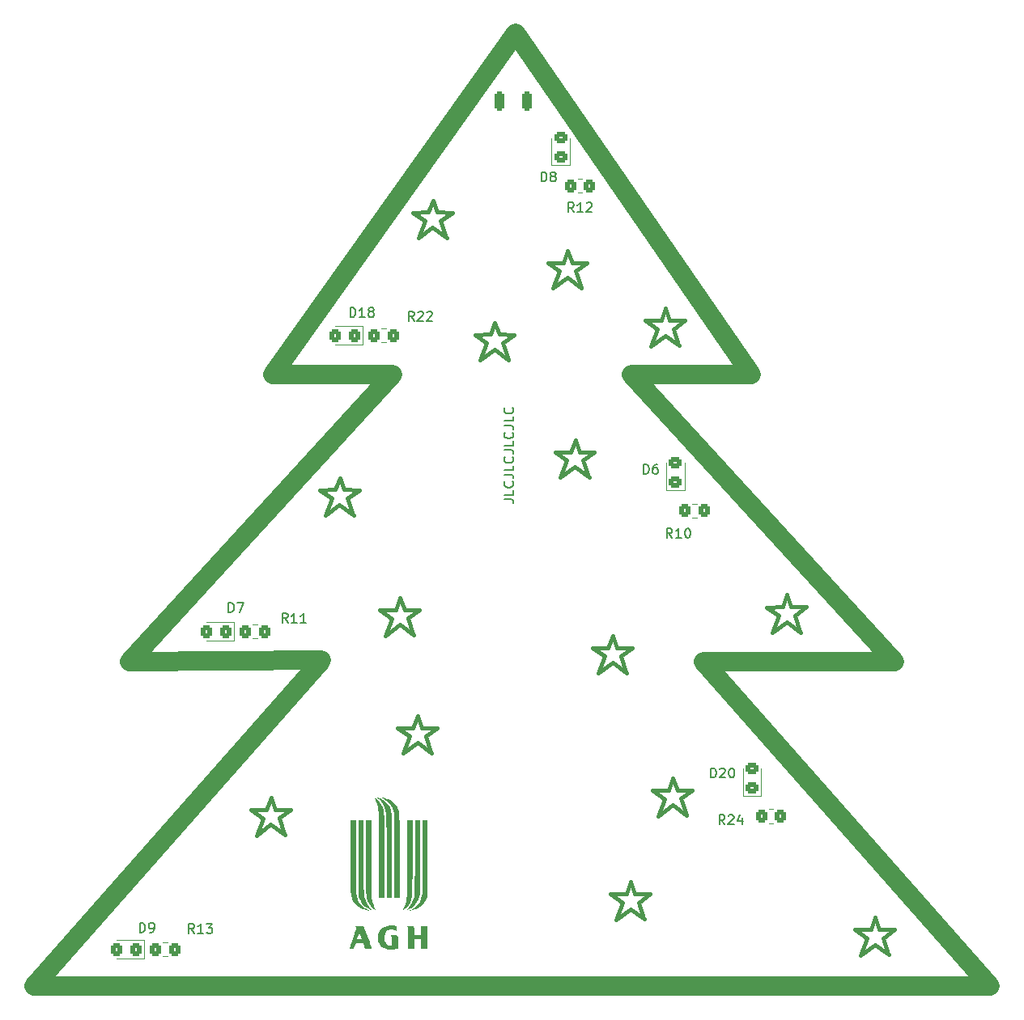
<source format=gto>
G04 #@! TF.GenerationSoftware,KiCad,Pcbnew,7.0.8*
G04 #@! TF.CreationDate,2024-10-11T08:25:37+02:00*
G04 #@! TF.ProjectId,PCB_Christmas_Tree,5043425f-4368-4726-9973-746d61735f54,rev?*
G04 #@! TF.SameCoordinates,Original*
G04 #@! TF.FileFunction,Legend,Top*
G04 #@! TF.FilePolarity,Positive*
%FSLAX46Y46*%
G04 Gerber Fmt 4.6, Leading zero omitted, Abs format (unit mm)*
G04 Created by KiCad (PCBNEW 7.0.8) date 2024-10-11 08:25:37*
%MOMM*%
%LPD*%
G01*
G04 APERTURE LIST*
G04 Aperture macros list*
%AMRoundRect*
0 Rectangle with rounded corners*
0 $1 Rounding radius*
0 $2 $3 $4 $5 $6 $7 $8 $9 X,Y pos of 4 corners*
0 Add a 4 corners polygon primitive as box body*
4,1,4,$2,$3,$4,$5,$6,$7,$8,$9,$2,$3,0*
0 Add four circle primitives for the rounded corners*
1,1,$1+$1,$2,$3*
1,1,$1+$1,$4,$5*
1,1,$1+$1,$6,$7*
1,1,$1+$1,$8,$9*
0 Add four rect primitives between the rounded corners*
20,1,$1+$1,$2,$3,$4,$5,0*
20,1,$1+$1,$4,$5,$6,$7,0*
20,1,$1+$1,$6,$7,$8,$9,0*
20,1,$1+$1,$8,$9,$2,$3,0*%
G04 Aperture macros list end*
%ADD10C,0.400000*%
%ADD11C,2.000000*%
%ADD12C,0.150000*%
%ADD13C,0.120000*%
%ADD14RoundRect,0.250000X0.450000X-0.325000X0.450000X0.325000X-0.450000X0.325000X-0.450000X-0.325000X0*%
%ADD15RoundRect,0.250000X-0.250000X-0.750000X0.250000X-0.750000X0.250000X0.750000X-0.250000X0.750000X0*%
%ADD16RoundRect,0.250000X-0.350000X-0.450000X0.350000X-0.450000X0.350000X0.450000X-0.350000X0.450000X0*%
%ADD17R,3.000000X2.000000*%
%ADD18RoundRect,0.250000X0.325000X0.450000X-0.325000X0.450000X-0.325000X-0.450000X0.325000X-0.450000X0*%
G04 APERTURE END LIST*
D10*
X69413000Y-123408000D02*
X71063000Y-123388000D01*
X113583000Y-73098000D02*
X114133000Y-74758000D01*
X92833000Y-73678000D02*
X94083000Y-74568000D01*
X87673000Y-115728000D02*
X88873000Y-114838000D01*
X107026000Y-132246000D02*
X108276000Y-133136000D01*
X88873000Y-114838000D02*
X87303000Y-114828000D01*
X90463000Y-60888000D02*
X88893000Y-60878000D01*
X87673000Y-115728000D02*
X88223000Y-117388000D01*
X76603000Y-89938000D02*
X78253000Y-89918000D01*
X80733000Y-89928000D02*
X79163000Y-89918000D01*
X84993000Y-104038000D02*
X83483000Y-105168000D01*
X125473000Y-100928000D02*
X125923000Y-102188000D01*
X86853000Y-113568000D02*
X87303000Y-114828000D01*
X86333000Y-60898000D02*
X87983000Y-60878000D01*
X111453000Y-121378000D02*
X112703000Y-122268000D01*
D11*
X97108000Y-42163000D02*
X121723000Y-77878000D01*
D10*
X78683000Y-91478000D02*
X77173000Y-92608000D01*
X101703000Y-67048000D02*
X101023000Y-68828000D01*
X92833000Y-73678000D02*
X94483000Y-73658000D01*
X108276000Y-133136000D02*
X107596000Y-134916000D01*
X132583000Y-135968000D02*
X134233000Y-135948000D01*
X102473000Y-86868000D02*
X101793000Y-88648000D01*
X107253000Y-105178000D02*
X106793000Y-106438000D01*
X102533000Y-67698000D02*
X101023000Y-68828000D01*
X112763000Y-70938000D02*
X113213000Y-72198000D01*
X87583000Y-61788000D02*
X86903000Y-63568000D01*
X136713000Y-135958000D02*
X135143000Y-135948000D01*
X103303000Y-87518000D02*
X101793000Y-88648000D01*
X87043000Y-102488000D02*
X85473000Y-102478000D01*
D11*
X136723000Y-107878000D02*
X116723000Y-107878000D01*
D12*
X97658000Y-43532000D02*
X95880000Y-43532000D01*
D10*
X82913000Y-102498000D02*
X84563000Y-102478000D01*
X132583000Y-135968000D02*
X133833000Y-136858000D01*
X82913000Y-102498000D02*
X84163000Y-103388000D01*
X105353000Y-85968000D02*
X103783000Y-85958000D01*
X86823000Y-116388000D02*
X85313000Y-117518000D01*
X104153000Y-86858000D02*
X104703000Y-88518000D01*
X100453000Y-66158000D02*
X102103000Y-66138000D01*
D11*
X109223000Y-77878000D02*
X121723000Y-77878000D01*
D10*
X102563000Y-64878000D02*
X103013000Y-66138000D01*
X126293000Y-103088000D02*
X127493000Y-102198000D01*
X108073000Y-107338000D02*
X108623000Y-108998000D01*
X94083000Y-74568000D02*
X93403000Y-76348000D01*
X85023000Y-101218000D02*
X85473000Y-102478000D01*
X84743000Y-114848000D02*
X86393000Y-114828000D01*
X113533000Y-122918000D02*
X115003000Y-123998000D01*
X88443000Y-59618000D02*
X88893000Y-60878000D01*
X125473000Y-100928000D02*
X125013000Y-102188000D01*
X114383000Y-122258000D02*
X114933000Y-123918000D01*
X85993000Y-115738000D02*
X85313000Y-117518000D01*
X113563000Y-120098000D02*
X113103000Y-121358000D01*
X108073000Y-107338000D02*
X109273000Y-106448000D01*
X134693000Y-134688000D02*
X134233000Y-135948000D01*
X112703000Y-122268000D02*
X112023000Y-124048000D01*
X105143000Y-106458000D02*
X106793000Y-106438000D01*
X111156000Y-132236000D02*
X109586000Y-132226000D01*
X110653000Y-72218000D02*
X111903000Y-73108000D01*
X100453000Y-66158000D02*
X101703000Y-67048000D01*
X78713000Y-88658000D02*
X78253000Y-89918000D01*
X126293000Y-103088000D02*
X126843000Y-104748000D01*
X73543000Y-123398000D02*
X71973000Y-123388000D01*
D11*
X76723000Y-107878000D02*
X46723000Y-141878000D01*
D10*
X95763000Y-74558000D02*
X96963000Y-73668000D01*
X72343000Y-124288000D02*
X72893000Y-125948000D01*
X134663000Y-137508000D02*
X133153000Y-138638000D01*
X88413000Y-62438000D02*
X89883000Y-63518000D01*
X107223000Y-107998000D02*
X105713000Y-109128000D01*
D11*
X71723000Y-77878000D02*
X84223000Y-77878000D01*
X109223000Y-77878000D02*
X136723000Y-107878000D01*
D10*
X103303000Y-87518000D02*
X104773000Y-88598000D01*
D11*
X116723000Y-107878000D02*
X146723000Y-141878000D01*
D10*
X134663000Y-137508000D02*
X136133000Y-138588000D01*
X79533000Y-90818000D02*
X80733000Y-89928000D01*
X112733000Y-73758000D02*
X114203000Y-74838000D01*
X71523000Y-122128000D02*
X71063000Y-123388000D01*
X109136000Y-130966000D02*
X108676000Y-132226000D01*
X86333000Y-60898000D02*
X87583000Y-61788000D01*
X105143000Y-106458000D02*
X106393000Y-107348000D01*
X135513000Y-136848000D02*
X136713000Y-135958000D01*
X109273000Y-106448000D02*
X107703000Y-106438000D01*
X102563000Y-64878000D02*
X102103000Y-66138000D01*
X115583000Y-121368000D02*
X114013000Y-121358000D01*
X127493000Y-102198000D02*
X125923000Y-102188000D01*
X111903000Y-73108000D02*
X111223000Y-74888000D01*
X107223000Y-107998000D02*
X108693000Y-109078000D01*
X109956000Y-133126000D02*
X110506000Y-134786000D01*
X125443000Y-103748000D02*
X126913000Y-104828000D01*
D11*
X84223000Y-77878000D02*
X56723000Y-107878000D01*
D10*
X78683000Y-91478000D02*
X80153000Y-92558000D01*
X109956000Y-133126000D02*
X111156000Y-132236000D01*
X89263000Y-61778000D02*
X89813000Y-63438000D01*
X78713000Y-88658000D02*
X79163000Y-89918000D01*
X103383000Y-67038000D02*
X104583000Y-66148000D01*
X71493000Y-124948000D02*
X69983000Y-126078000D01*
X103383000Y-67038000D02*
X103933000Y-68698000D01*
X85023000Y-101218000D02*
X84563000Y-102478000D01*
X113563000Y-120098000D02*
X114013000Y-121358000D01*
X79533000Y-90818000D02*
X80083000Y-92478000D01*
X109106000Y-133786000D02*
X107596000Y-134916000D01*
X112763000Y-70938000D02*
X112303000Y-72198000D01*
X85843000Y-103378000D02*
X86393000Y-105038000D01*
X88443000Y-59618000D02*
X87983000Y-60878000D01*
X94943000Y-72398000D02*
X95393000Y-73658000D01*
X94913000Y-75218000D02*
X93403000Y-76348000D01*
X71523000Y-122128000D02*
X71973000Y-123388000D01*
X103333000Y-84698000D02*
X103783000Y-85958000D01*
X89263000Y-61778000D02*
X90463000Y-60888000D01*
X101223000Y-85978000D02*
X102473000Y-86868000D01*
X70663000Y-124298000D02*
X69983000Y-126078000D01*
X101223000Y-85978000D02*
X102873000Y-85958000D01*
X135513000Y-136848000D02*
X136063000Y-138508000D01*
X109106000Y-133786000D02*
X110576000Y-134866000D01*
X84163000Y-103388000D02*
X83483000Y-105168000D01*
X85843000Y-103378000D02*
X87043000Y-102488000D01*
X86823000Y-116388000D02*
X88293000Y-117468000D01*
D11*
X76743000Y-107758000D02*
X56723000Y-107878000D01*
D10*
X112733000Y-73758000D02*
X111223000Y-74888000D01*
X69413000Y-123408000D02*
X70663000Y-124298000D01*
X94913000Y-75218000D02*
X96383000Y-76298000D01*
X110653000Y-72218000D02*
X112303000Y-72198000D01*
X84743000Y-114848000D02*
X85993000Y-115738000D01*
X72343000Y-124288000D02*
X73543000Y-123398000D01*
X125443000Y-103748000D02*
X123933000Y-104878000D01*
X103333000Y-84698000D02*
X102873000Y-85958000D01*
X133833000Y-136858000D02*
X133153000Y-138638000D01*
D11*
X146723000Y-141878000D02*
X46723000Y-141878000D01*
D10*
X114383000Y-122258000D02*
X115583000Y-121368000D01*
X107253000Y-105178000D02*
X107703000Y-106438000D01*
X114783000Y-72208000D02*
X113213000Y-72198000D01*
X123363000Y-102208000D02*
X124613000Y-103098000D01*
X88413000Y-62438000D02*
X86903000Y-63568000D01*
X77853000Y-90828000D02*
X77173000Y-92608000D01*
X84993000Y-104038000D02*
X86463000Y-105118000D01*
X109136000Y-130966000D02*
X109586000Y-132226000D01*
X106393000Y-107348000D02*
X105713000Y-109128000D01*
X95763000Y-74558000D02*
X96313000Y-76218000D01*
X123363000Y-102208000D02*
X125013000Y-102188000D01*
X76603000Y-89938000D02*
X77853000Y-90828000D01*
X111453000Y-121378000D02*
X113103000Y-121358000D01*
X102533000Y-67698000D02*
X104003000Y-68778000D01*
X124613000Y-103098000D02*
X123933000Y-104878000D01*
X134693000Y-134688000D02*
X135143000Y-135948000D01*
X104153000Y-86858000D02*
X105353000Y-85968000D01*
X71493000Y-124948000D02*
X72963000Y-126028000D01*
X107026000Y-132246000D02*
X108676000Y-132226000D01*
X113583000Y-73098000D02*
X114783000Y-72208000D01*
X104583000Y-66148000D02*
X103013000Y-66138000D01*
D11*
X97108000Y-42163000D02*
X71723000Y-77878000D01*
D10*
X113533000Y-122918000D02*
X112023000Y-124048000D01*
X94943000Y-72398000D02*
X94483000Y-73658000D01*
X86853000Y-113568000D02*
X86393000Y-114828000D01*
X96963000Y-73668000D02*
X95393000Y-73658000D01*
D12*
X95892819Y-90915506D02*
X96607104Y-90915506D01*
X96607104Y-90915506D02*
X96749961Y-90963125D01*
X96749961Y-90963125D02*
X96845200Y-91058363D01*
X96845200Y-91058363D02*
X96892819Y-91201220D01*
X96892819Y-91201220D02*
X96892819Y-91296458D01*
X96892819Y-89963125D02*
X96892819Y-90439315D01*
X96892819Y-90439315D02*
X95892819Y-90439315D01*
X96797580Y-89058363D02*
X96845200Y-89105982D01*
X96845200Y-89105982D02*
X96892819Y-89248839D01*
X96892819Y-89248839D02*
X96892819Y-89344077D01*
X96892819Y-89344077D02*
X96845200Y-89486934D01*
X96845200Y-89486934D02*
X96749961Y-89582172D01*
X96749961Y-89582172D02*
X96654723Y-89629791D01*
X96654723Y-89629791D02*
X96464247Y-89677410D01*
X96464247Y-89677410D02*
X96321390Y-89677410D01*
X96321390Y-89677410D02*
X96130914Y-89629791D01*
X96130914Y-89629791D02*
X96035676Y-89582172D01*
X96035676Y-89582172D02*
X95940438Y-89486934D01*
X95940438Y-89486934D02*
X95892819Y-89344077D01*
X95892819Y-89344077D02*
X95892819Y-89248839D01*
X95892819Y-89248839D02*
X95940438Y-89105982D01*
X95940438Y-89105982D02*
X95988057Y-89058363D01*
X95892819Y-88344077D02*
X96607104Y-88344077D01*
X96607104Y-88344077D02*
X96749961Y-88391696D01*
X96749961Y-88391696D02*
X96845200Y-88486934D01*
X96845200Y-88486934D02*
X96892819Y-88629791D01*
X96892819Y-88629791D02*
X96892819Y-88725029D01*
X96892819Y-87391696D02*
X96892819Y-87867886D01*
X96892819Y-87867886D02*
X95892819Y-87867886D01*
X96797580Y-86486934D02*
X96845200Y-86534553D01*
X96845200Y-86534553D02*
X96892819Y-86677410D01*
X96892819Y-86677410D02*
X96892819Y-86772648D01*
X96892819Y-86772648D02*
X96845200Y-86915505D01*
X96845200Y-86915505D02*
X96749961Y-87010743D01*
X96749961Y-87010743D02*
X96654723Y-87058362D01*
X96654723Y-87058362D02*
X96464247Y-87105981D01*
X96464247Y-87105981D02*
X96321390Y-87105981D01*
X96321390Y-87105981D02*
X96130914Y-87058362D01*
X96130914Y-87058362D02*
X96035676Y-87010743D01*
X96035676Y-87010743D02*
X95940438Y-86915505D01*
X95940438Y-86915505D02*
X95892819Y-86772648D01*
X95892819Y-86772648D02*
X95892819Y-86677410D01*
X95892819Y-86677410D02*
X95940438Y-86534553D01*
X95940438Y-86534553D02*
X95988057Y-86486934D01*
X95892819Y-85772648D02*
X96607104Y-85772648D01*
X96607104Y-85772648D02*
X96749961Y-85820267D01*
X96749961Y-85820267D02*
X96845200Y-85915505D01*
X96845200Y-85915505D02*
X96892819Y-86058362D01*
X96892819Y-86058362D02*
X96892819Y-86153600D01*
X96892819Y-84820267D02*
X96892819Y-85296457D01*
X96892819Y-85296457D02*
X95892819Y-85296457D01*
X96797580Y-83915505D02*
X96845200Y-83963124D01*
X96845200Y-83963124D02*
X96892819Y-84105981D01*
X96892819Y-84105981D02*
X96892819Y-84201219D01*
X96892819Y-84201219D02*
X96845200Y-84344076D01*
X96845200Y-84344076D02*
X96749961Y-84439314D01*
X96749961Y-84439314D02*
X96654723Y-84486933D01*
X96654723Y-84486933D02*
X96464247Y-84534552D01*
X96464247Y-84534552D02*
X96321390Y-84534552D01*
X96321390Y-84534552D02*
X96130914Y-84486933D01*
X96130914Y-84486933D02*
X96035676Y-84439314D01*
X96035676Y-84439314D02*
X95940438Y-84344076D01*
X95940438Y-84344076D02*
X95892819Y-84201219D01*
X95892819Y-84201219D02*
X95892819Y-84105981D01*
X95892819Y-84105981D02*
X95940438Y-83963124D01*
X95940438Y-83963124D02*
X95988057Y-83915505D01*
X95892819Y-83201219D02*
X96607104Y-83201219D01*
X96607104Y-83201219D02*
X96749961Y-83248838D01*
X96749961Y-83248838D02*
X96845200Y-83344076D01*
X96845200Y-83344076D02*
X96892819Y-83486933D01*
X96892819Y-83486933D02*
X96892819Y-83582171D01*
X96892819Y-82248838D02*
X96892819Y-82725028D01*
X96892819Y-82725028D02*
X95892819Y-82725028D01*
X96797580Y-81344076D02*
X96845200Y-81391695D01*
X96845200Y-81391695D02*
X96892819Y-81534552D01*
X96892819Y-81534552D02*
X96892819Y-81629790D01*
X96892819Y-81629790D02*
X96845200Y-81772647D01*
X96845200Y-81772647D02*
X96749961Y-81867885D01*
X96749961Y-81867885D02*
X96654723Y-81915504D01*
X96654723Y-81915504D02*
X96464247Y-81963123D01*
X96464247Y-81963123D02*
X96321390Y-81963123D01*
X96321390Y-81963123D02*
X96130914Y-81915504D01*
X96130914Y-81915504D02*
X96035676Y-81867885D01*
X96035676Y-81867885D02*
X95940438Y-81772647D01*
X95940438Y-81772647D02*
X95892819Y-81629790D01*
X95892819Y-81629790D02*
X95892819Y-81534552D01*
X95892819Y-81534552D02*
X95940438Y-81391695D01*
X95940438Y-81391695D02*
X95988057Y-81344076D01*
X110484905Y-88252819D02*
X110484905Y-87252819D01*
X110484905Y-87252819D02*
X110723000Y-87252819D01*
X110723000Y-87252819D02*
X110865857Y-87300438D01*
X110865857Y-87300438D02*
X110961095Y-87395676D01*
X110961095Y-87395676D02*
X111008714Y-87490914D01*
X111008714Y-87490914D02*
X111056333Y-87681390D01*
X111056333Y-87681390D02*
X111056333Y-87824247D01*
X111056333Y-87824247D02*
X111008714Y-88014723D01*
X111008714Y-88014723D02*
X110961095Y-88109961D01*
X110961095Y-88109961D02*
X110865857Y-88205200D01*
X110865857Y-88205200D02*
X110723000Y-88252819D01*
X110723000Y-88252819D02*
X110484905Y-88252819D01*
X111913476Y-87252819D02*
X111723000Y-87252819D01*
X111723000Y-87252819D02*
X111627762Y-87300438D01*
X111627762Y-87300438D02*
X111580143Y-87348057D01*
X111580143Y-87348057D02*
X111484905Y-87490914D01*
X111484905Y-87490914D02*
X111437286Y-87681390D01*
X111437286Y-87681390D02*
X111437286Y-88062342D01*
X111437286Y-88062342D02*
X111484905Y-88157580D01*
X111484905Y-88157580D02*
X111532524Y-88205200D01*
X111532524Y-88205200D02*
X111627762Y-88252819D01*
X111627762Y-88252819D02*
X111818238Y-88252819D01*
X111818238Y-88252819D02*
X111913476Y-88205200D01*
X111913476Y-88205200D02*
X111961095Y-88157580D01*
X111961095Y-88157580D02*
X112008714Y-88062342D01*
X112008714Y-88062342D02*
X112008714Y-87824247D01*
X112008714Y-87824247D02*
X111961095Y-87729009D01*
X111961095Y-87729009D02*
X111913476Y-87681390D01*
X111913476Y-87681390D02*
X111818238Y-87633771D01*
X111818238Y-87633771D02*
X111627762Y-87633771D01*
X111627762Y-87633771D02*
X111532524Y-87681390D01*
X111532524Y-87681390D02*
X111484905Y-87729009D01*
X111484905Y-87729009D02*
X111437286Y-87824247D01*
X103180142Y-60852819D02*
X102846809Y-60376628D01*
X102608714Y-60852819D02*
X102608714Y-59852819D01*
X102608714Y-59852819D02*
X102989666Y-59852819D01*
X102989666Y-59852819D02*
X103084904Y-59900438D01*
X103084904Y-59900438D02*
X103132523Y-59948057D01*
X103132523Y-59948057D02*
X103180142Y-60043295D01*
X103180142Y-60043295D02*
X103180142Y-60186152D01*
X103180142Y-60186152D02*
X103132523Y-60281390D01*
X103132523Y-60281390D02*
X103084904Y-60329009D01*
X103084904Y-60329009D02*
X102989666Y-60376628D01*
X102989666Y-60376628D02*
X102608714Y-60376628D01*
X104132523Y-60852819D02*
X103561095Y-60852819D01*
X103846809Y-60852819D02*
X103846809Y-59852819D01*
X103846809Y-59852819D02*
X103751571Y-59995676D01*
X103751571Y-59995676D02*
X103656333Y-60090914D01*
X103656333Y-60090914D02*
X103561095Y-60138533D01*
X104513476Y-59948057D02*
X104561095Y-59900438D01*
X104561095Y-59900438D02*
X104656333Y-59852819D01*
X104656333Y-59852819D02*
X104894428Y-59852819D01*
X104894428Y-59852819D02*
X104989666Y-59900438D01*
X104989666Y-59900438D02*
X105037285Y-59948057D01*
X105037285Y-59948057D02*
X105084904Y-60043295D01*
X105084904Y-60043295D02*
X105084904Y-60138533D01*
X105084904Y-60138533D02*
X105037285Y-60281390D01*
X105037285Y-60281390D02*
X104465857Y-60852819D01*
X104465857Y-60852819D02*
X105084904Y-60852819D01*
X118980142Y-124952819D02*
X118646809Y-124476628D01*
X118408714Y-124952819D02*
X118408714Y-123952819D01*
X118408714Y-123952819D02*
X118789666Y-123952819D01*
X118789666Y-123952819D02*
X118884904Y-124000438D01*
X118884904Y-124000438D02*
X118932523Y-124048057D01*
X118932523Y-124048057D02*
X118980142Y-124143295D01*
X118980142Y-124143295D02*
X118980142Y-124286152D01*
X118980142Y-124286152D02*
X118932523Y-124381390D01*
X118932523Y-124381390D02*
X118884904Y-124429009D01*
X118884904Y-124429009D02*
X118789666Y-124476628D01*
X118789666Y-124476628D02*
X118408714Y-124476628D01*
X119361095Y-124048057D02*
X119408714Y-124000438D01*
X119408714Y-124000438D02*
X119503952Y-123952819D01*
X119503952Y-123952819D02*
X119742047Y-123952819D01*
X119742047Y-123952819D02*
X119837285Y-124000438D01*
X119837285Y-124000438D02*
X119884904Y-124048057D01*
X119884904Y-124048057D02*
X119932523Y-124143295D01*
X119932523Y-124143295D02*
X119932523Y-124238533D01*
X119932523Y-124238533D02*
X119884904Y-124381390D01*
X119884904Y-124381390D02*
X119313476Y-124952819D01*
X119313476Y-124952819D02*
X119932523Y-124952819D01*
X120789666Y-124286152D02*
X120789666Y-124952819D01*
X120551571Y-123905200D02*
X120313476Y-124619485D01*
X120313476Y-124619485D02*
X120932523Y-124619485D01*
X86480142Y-72252819D02*
X86146809Y-71776628D01*
X85908714Y-72252819D02*
X85908714Y-71252819D01*
X85908714Y-71252819D02*
X86289666Y-71252819D01*
X86289666Y-71252819D02*
X86384904Y-71300438D01*
X86384904Y-71300438D02*
X86432523Y-71348057D01*
X86432523Y-71348057D02*
X86480142Y-71443295D01*
X86480142Y-71443295D02*
X86480142Y-71586152D01*
X86480142Y-71586152D02*
X86432523Y-71681390D01*
X86432523Y-71681390D02*
X86384904Y-71729009D01*
X86384904Y-71729009D02*
X86289666Y-71776628D01*
X86289666Y-71776628D02*
X85908714Y-71776628D01*
X86861095Y-71348057D02*
X86908714Y-71300438D01*
X86908714Y-71300438D02*
X87003952Y-71252819D01*
X87003952Y-71252819D02*
X87242047Y-71252819D01*
X87242047Y-71252819D02*
X87337285Y-71300438D01*
X87337285Y-71300438D02*
X87384904Y-71348057D01*
X87384904Y-71348057D02*
X87432523Y-71443295D01*
X87432523Y-71443295D02*
X87432523Y-71538533D01*
X87432523Y-71538533D02*
X87384904Y-71681390D01*
X87384904Y-71681390D02*
X86813476Y-72252819D01*
X86813476Y-72252819D02*
X87432523Y-72252819D01*
X87813476Y-71348057D02*
X87861095Y-71300438D01*
X87861095Y-71300438D02*
X87956333Y-71252819D01*
X87956333Y-71252819D02*
X88194428Y-71252819D01*
X88194428Y-71252819D02*
X88289666Y-71300438D01*
X88289666Y-71300438D02*
X88337285Y-71348057D01*
X88337285Y-71348057D02*
X88384904Y-71443295D01*
X88384904Y-71443295D02*
X88384904Y-71538533D01*
X88384904Y-71538533D02*
X88337285Y-71681390D01*
X88337285Y-71681390D02*
X87765857Y-72252819D01*
X87765857Y-72252819D02*
X88384904Y-72252819D01*
X99784905Y-57652819D02*
X99784905Y-56652819D01*
X99784905Y-56652819D02*
X100023000Y-56652819D01*
X100023000Y-56652819D02*
X100165857Y-56700438D01*
X100165857Y-56700438D02*
X100261095Y-56795676D01*
X100261095Y-56795676D02*
X100308714Y-56890914D01*
X100308714Y-56890914D02*
X100356333Y-57081390D01*
X100356333Y-57081390D02*
X100356333Y-57224247D01*
X100356333Y-57224247D02*
X100308714Y-57414723D01*
X100308714Y-57414723D02*
X100261095Y-57509961D01*
X100261095Y-57509961D02*
X100165857Y-57605200D01*
X100165857Y-57605200D02*
X100023000Y-57652819D01*
X100023000Y-57652819D02*
X99784905Y-57652819D01*
X100927762Y-57081390D02*
X100832524Y-57033771D01*
X100832524Y-57033771D02*
X100784905Y-56986152D01*
X100784905Y-56986152D02*
X100737286Y-56890914D01*
X100737286Y-56890914D02*
X100737286Y-56843295D01*
X100737286Y-56843295D02*
X100784905Y-56748057D01*
X100784905Y-56748057D02*
X100832524Y-56700438D01*
X100832524Y-56700438D02*
X100927762Y-56652819D01*
X100927762Y-56652819D02*
X101118238Y-56652819D01*
X101118238Y-56652819D02*
X101213476Y-56700438D01*
X101213476Y-56700438D02*
X101261095Y-56748057D01*
X101261095Y-56748057D02*
X101308714Y-56843295D01*
X101308714Y-56843295D02*
X101308714Y-56890914D01*
X101308714Y-56890914D02*
X101261095Y-56986152D01*
X101261095Y-56986152D02*
X101213476Y-57033771D01*
X101213476Y-57033771D02*
X101118238Y-57081390D01*
X101118238Y-57081390D02*
X100927762Y-57081390D01*
X100927762Y-57081390D02*
X100832524Y-57129009D01*
X100832524Y-57129009D02*
X100784905Y-57176628D01*
X100784905Y-57176628D02*
X100737286Y-57271866D01*
X100737286Y-57271866D02*
X100737286Y-57462342D01*
X100737286Y-57462342D02*
X100784905Y-57557580D01*
X100784905Y-57557580D02*
X100832524Y-57605200D01*
X100832524Y-57605200D02*
X100927762Y-57652819D01*
X100927762Y-57652819D02*
X101118238Y-57652819D01*
X101118238Y-57652819D02*
X101213476Y-57605200D01*
X101213476Y-57605200D02*
X101261095Y-57557580D01*
X101261095Y-57557580D02*
X101308714Y-57462342D01*
X101308714Y-57462342D02*
X101308714Y-57271866D01*
X101308714Y-57271866D02*
X101261095Y-57176628D01*
X101261095Y-57176628D02*
X101213476Y-57129009D01*
X101213476Y-57129009D02*
X101118238Y-57081390D01*
X79808714Y-71852819D02*
X79808714Y-70852819D01*
X79808714Y-70852819D02*
X80046809Y-70852819D01*
X80046809Y-70852819D02*
X80189666Y-70900438D01*
X80189666Y-70900438D02*
X80284904Y-70995676D01*
X80284904Y-70995676D02*
X80332523Y-71090914D01*
X80332523Y-71090914D02*
X80380142Y-71281390D01*
X80380142Y-71281390D02*
X80380142Y-71424247D01*
X80380142Y-71424247D02*
X80332523Y-71614723D01*
X80332523Y-71614723D02*
X80284904Y-71709961D01*
X80284904Y-71709961D02*
X80189666Y-71805200D01*
X80189666Y-71805200D02*
X80046809Y-71852819D01*
X80046809Y-71852819D02*
X79808714Y-71852819D01*
X81332523Y-71852819D02*
X80761095Y-71852819D01*
X81046809Y-71852819D02*
X81046809Y-70852819D01*
X81046809Y-70852819D02*
X80951571Y-70995676D01*
X80951571Y-70995676D02*
X80856333Y-71090914D01*
X80856333Y-71090914D02*
X80761095Y-71138533D01*
X81903952Y-71281390D02*
X81808714Y-71233771D01*
X81808714Y-71233771D02*
X81761095Y-71186152D01*
X81761095Y-71186152D02*
X81713476Y-71090914D01*
X81713476Y-71090914D02*
X81713476Y-71043295D01*
X81713476Y-71043295D02*
X81761095Y-70948057D01*
X81761095Y-70948057D02*
X81808714Y-70900438D01*
X81808714Y-70900438D02*
X81903952Y-70852819D01*
X81903952Y-70852819D02*
X82094428Y-70852819D01*
X82094428Y-70852819D02*
X82189666Y-70900438D01*
X82189666Y-70900438D02*
X82237285Y-70948057D01*
X82237285Y-70948057D02*
X82284904Y-71043295D01*
X82284904Y-71043295D02*
X82284904Y-71090914D01*
X82284904Y-71090914D02*
X82237285Y-71186152D01*
X82237285Y-71186152D02*
X82189666Y-71233771D01*
X82189666Y-71233771D02*
X82094428Y-71281390D01*
X82094428Y-71281390D02*
X81903952Y-71281390D01*
X81903952Y-71281390D02*
X81808714Y-71329009D01*
X81808714Y-71329009D02*
X81761095Y-71376628D01*
X81761095Y-71376628D02*
X81713476Y-71471866D01*
X81713476Y-71471866D02*
X81713476Y-71662342D01*
X81713476Y-71662342D02*
X81761095Y-71757580D01*
X81761095Y-71757580D02*
X81808714Y-71805200D01*
X81808714Y-71805200D02*
X81903952Y-71852819D01*
X81903952Y-71852819D02*
X82094428Y-71852819D01*
X82094428Y-71852819D02*
X82189666Y-71805200D01*
X82189666Y-71805200D02*
X82237285Y-71757580D01*
X82237285Y-71757580D02*
X82284904Y-71662342D01*
X82284904Y-71662342D02*
X82284904Y-71471866D01*
X82284904Y-71471866D02*
X82237285Y-71376628D01*
X82237285Y-71376628D02*
X82189666Y-71329009D01*
X82189666Y-71329009D02*
X82094428Y-71281390D01*
X73280142Y-103852819D02*
X72946809Y-103376628D01*
X72708714Y-103852819D02*
X72708714Y-102852819D01*
X72708714Y-102852819D02*
X73089666Y-102852819D01*
X73089666Y-102852819D02*
X73184904Y-102900438D01*
X73184904Y-102900438D02*
X73232523Y-102948057D01*
X73232523Y-102948057D02*
X73280142Y-103043295D01*
X73280142Y-103043295D02*
X73280142Y-103186152D01*
X73280142Y-103186152D02*
X73232523Y-103281390D01*
X73232523Y-103281390D02*
X73184904Y-103329009D01*
X73184904Y-103329009D02*
X73089666Y-103376628D01*
X73089666Y-103376628D02*
X72708714Y-103376628D01*
X74232523Y-103852819D02*
X73661095Y-103852819D01*
X73946809Y-103852819D02*
X73946809Y-102852819D01*
X73946809Y-102852819D02*
X73851571Y-102995676D01*
X73851571Y-102995676D02*
X73756333Y-103090914D01*
X73756333Y-103090914D02*
X73661095Y-103138533D01*
X75184904Y-103852819D02*
X74613476Y-103852819D01*
X74899190Y-103852819D02*
X74899190Y-102852819D01*
X74899190Y-102852819D02*
X74803952Y-102995676D01*
X74803952Y-102995676D02*
X74708714Y-103090914D01*
X74708714Y-103090914D02*
X74613476Y-103138533D01*
X113480142Y-94952819D02*
X113146809Y-94476628D01*
X112908714Y-94952819D02*
X112908714Y-93952819D01*
X112908714Y-93952819D02*
X113289666Y-93952819D01*
X113289666Y-93952819D02*
X113384904Y-94000438D01*
X113384904Y-94000438D02*
X113432523Y-94048057D01*
X113432523Y-94048057D02*
X113480142Y-94143295D01*
X113480142Y-94143295D02*
X113480142Y-94286152D01*
X113480142Y-94286152D02*
X113432523Y-94381390D01*
X113432523Y-94381390D02*
X113384904Y-94429009D01*
X113384904Y-94429009D02*
X113289666Y-94476628D01*
X113289666Y-94476628D02*
X112908714Y-94476628D01*
X114432523Y-94952819D02*
X113861095Y-94952819D01*
X114146809Y-94952819D02*
X114146809Y-93952819D01*
X114146809Y-93952819D02*
X114051571Y-94095676D01*
X114051571Y-94095676D02*
X113956333Y-94190914D01*
X113956333Y-94190914D02*
X113861095Y-94238533D01*
X115051571Y-93952819D02*
X115146809Y-93952819D01*
X115146809Y-93952819D02*
X115242047Y-94000438D01*
X115242047Y-94000438D02*
X115289666Y-94048057D01*
X115289666Y-94048057D02*
X115337285Y-94143295D01*
X115337285Y-94143295D02*
X115384904Y-94333771D01*
X115384904Y-94333771D02*
X115384904Y-94571866D01*
X115384904Y-94571866D02*
X115337285Y-94762342D01*
X115337285Y-94762342D02*
X115289666Y-94857580D01*
X115289666Y-94857580D02*
X115242047Y-94905200D01*
X115242047Y-94905200D02*
X115146809Y-94952819D01*
X115146809Y-94952819D02*
X115051571Y-94952819D01*
X115051571Y-94952819D02*
X114956333Y-94905200D01*
X114956333Y-94905200D02*
X114908714Y-94857580D01*
X114908714Y-94857580D02*
X114861095Y-94762342D01*
X114861095Y-94762342D02*
X114813476Y-94571866D01*
X114813476Y-94571866D02*
X114813476Y-94333771D01*
X114813476Y-94333771D02*
X114861095Y-94143295D01*
X114861095Y-94143295D02*
X114908714Y-94048057D01*
X114908714Y-94048057D02*
X114956333Y-94000438D01*
X114956333Y-94000438D02*
X115051571Y-93952819D01*
X117508714Y-120052819D02*
X117508714Y-119052819D01*
X117508714Y-119052819D02*
X117746809Y-119052819D01*
X117746809Y-119052819D02*
X117889666Y-119100438D01*
X117889666Y-119100438D02*
X117984904Y-119195676D01*
X117984904Y-119195676D02*
X118032523Y-119290914D01*
X118032523Y-119290914D02*
X118080142Y-119481390D01*
X118080142Y-119481390D02*
X118080142Y-119624247D01*
X118080142Y-119624247D02*
X118032523Y-119814723D01*
X118032523Y-119814723D02*
X117984904Y-119909961D01*
X117984904Y-119909961D02*
X117889666Y-120005200D01*
X117889666Y-120005200D02*
X117746809Y-120052819D01*
X117746809Y-120052819D02*
X117508714Y-120052819D01*
X118461095Y-119148057D02*
X118508714Y-119100438D01*
X118508714Y-119100438D02*
X118603952Y-119052819D01*
X118603952Y-119052819D02*
X118842047Y-119052819D01*
X118842047Y-119052819D02*
X118937285Y-119100438D01*
X118937285Y-119100438D02*
X118984904Y-119148057D01*
X118984904Y-119148057D02*
X119032523Y-119243295D01*
X119032523Y-119243295D02*
X119032523Y-119338533D01*
X119032523Y-119338533D02*
X118984904Y-119481390D01*
X118984904Y-119481390D02*
X118413476Y-120052819D01*
X118413476Y-120052819D02*
X119032523Y-120052819D01*
X119651571Y-119052819D02*
X119746809Y-119052819D01*
X119746809Y-119052819D02*
X119842047Y-119100438D01*
X119842047Y-119100438D02*
X119889666Y-119148057D01*
X119889666Y-119148057D02*
X119937285Y-119243295D01*
X119937285Y-119243295D02*
X119984904Y-119433771D01*
X119984904Y-119433771D02*
X119984904Y-119671866D01*
X119984904Y-119671866D02*
X119937285Y-119862342D01*
X119937285Y-119862342D02*
X119889666Y-119957580D01*
X119889666Y-119957580D02*
X119842047Y-120005200D01*
X119842047Y-120005200D02*
X119746809Y-120052819D01*
X119746809Y-120052819D02*
X119651571Y-120052819D01*
X119651571Y-120052819D02*
X119556333Y-120005200D01*
X119556333Y-120005200D02*
X119508714Y-119957580D01*
X119508714Y-119957580D02*
X119461095Y-119862342D01*
X119461095Y-119862342D02*
X119413476Y-119671866D01*
X119413476Y-119671866D02*
X119413476Y-119433771D01*
X119413476Y-119433771D02*
X119461095Y-119243295D01*
X119461095Y-119243295D02*
X119508714Y-119148057D01*
X119508714Y-119148057D02*
X119556333Y-119100438D01*
X119556333Y-119100438D02*
X119651571Y-119052819D01*
X67074905Y-102752819D02*
X67074905Y-101752819D01*
X67074905Y-101752819D02*
X67313000Y-101752819D01*
X67313000Y-101752819D02*
X67455857Y-101800438D01*
X67455857Y-101800438D02*
X67551095Y-101895676D01*
X67551095Y-101895676D02*
X67598714Y-101990914D01*
X67598714Y-101990914D02*
X67646333Y-102181390D01*
X67646333Y-102181390D02*
X67646333Y-102324247D01*
X67646333Y-102324247D02*
X67598714Y-102514723D01*
X67598714Y-102514723D02*
X67551095Y-102609961D01*
X67551095Y-102609961D02*
X67455857Y-102705200D01*
X67455857Y-102705200D02*
X67313000Y-102752819D01*
X67313000Y-102752819D02*
X67074905Y-102752819D01*
X67979667Y-101752819D02*
X68646333Y-101752819D01*
X68646333Y-101752819D02*
X68217762Y-102752819D01*
X63480142Y-136352819D02*
X63146809Y-135876628D01*
X62908714Y-136352819D02*
X62908714Y-135352819D01*
X62908714Y-135352819D02*
X63289666Y-135352819D01*
X63289666Y-135352819D02*
X63384904Y-135400438D01*
X63384904Y-135400438D02*
X63432523Y-135448057D01*
X63432523Y-135448057D02*
X63480142Y-135543295D01*
X63480142Y-135543295D02*
X63480142Y-135686152D01*
X63480142Y-135686152D02*
X63432523Y-135781390D01*
X63432523Y-135781390D02*
X63384904Y-135829009D01*
X63384904Y-135829009D02*
X63289666Y-135876628D01*
X63289666Y-135876628D02*
X62908714Y-135876628D01*
X64432523Y-136352819D02*
X63861095Y-136352819D01*
X64146809Y-136352819D02*
X64146809Y-135352819D01*
X64146809Y-135352819D02*
X64051571Y-135495676D01*
X64051571Y-135495676D02*
X63956333Y-135590914D01*
X63956333Y-135590914D02*
X63861095Y-135638533D01*
X64765857Y-135352819D02*
X65384904Y-135352819D01*
X65384904Y-135352819D02*
X65051571Y-135733771D01*
X65051571Y-135733771D02*
X65194428Y-135733771D01*
X65194428Y-135733771D02*
X65289666Y-135781390D01*
X65289666Y-135781390D02*
X65337285Y-135829009D01*
X65337285Y-135829009D02*
X65384904Y-135924247D01*
X65384904Y-135924247D02*
X65384904Y-136162342D01*
X65384904Y-136162342D02*
X65337285Y-136257580D01*
X65337285Y-136257580D02*
X65289666Y-136305200D01*
X65289666Y-136305200D02*
X65194428Y-136352819D01*
X65194428Y-136352819D02*
X64908714Y-136352819D01*
X64908714Y-136352819D02*
X64813476Y-136305200D01*
X64813476Y-136305200D02*
X64765857Y-136257580D01*
X57784905Y-136252819D02*
X57784905Y-135252819D01*
X57784905Y-135252819D02*
X58023000Y-135252819D01*
X58023000Y-135252819D02*
X58165857Y-135300438D01*
X58165857Y-135300438D02*
X58261095Y-135395676D01*
X58261095Y-135395676D02*
X58308714Y-135490914D01*
X58308714Y-135490914D02*
X58356333Y-135681390D01*
X58356333Y-135681390D02*
X58356333Y-135824247D01*
X58356333Y-135824247D02*
X58308714Y-136014723D01*
X58308714Y-136014723D02*
X58261095Y-136109961D01*
X58261095Y-136109961D02*
X58165857Y-136205200D01*
X58165857Y-136205200D02*
X58023000Y-136252819D01*
X58023000Y-136252819D02*
X57784905Y-136252819D01*
X58832524Y-136252819D02*
X59023000Y-136252819D01*
X59023000Y-136252819D02*
X59118238Y-136205200D01*
X59118238Y-136205200D02*
X59165857Y-136157580D01*
X59165857Y-136157580D02*
X59261095Y-136014723D01*
X59261095Y-136014723D02*
X59308714Y-135824247D01*
X59308714Y-135824247D02*
X59308714Y-135443295D01*
X59308714Y-135443295D02*
X59261095Y-135348057D01*
X59261095Y-135348057D02*
X59213476Y-135300438D01*
X59213476Y-135300438D02*
X59118238Y-135252819D01*
X59118238Y-135252819D02*
X58927762Y-135252819D01*
X58927762Y-135252819D02*
X58832524Y-135300438D01*
X58832524Y-135300438D02*
X58784905Y-135348057D01*
X58784905Y-135348057D02*
X58737286Y-135443295D01*
X58737286Y-135443295D02*
X58737286Y-135681390D01*
X58737286Y-135681390D02*
X58784905Y-135776628D01*
X58784905Y-135776628D02*
X58832524Y-135824247D01*
X58832524Y-135824247D02*
X58927762Y-135871866D01*
X58927762Y-135871866D02*
X59118238Y-135871866D01*
X59118238Y-135871866D02*
X59213476Y-135824247D01*
X59213476Y-135824247D02*
X59261095Y-135776628D01*
X59261095Y-135776628D02*
X59308714Y-135681390D01*
D13*
X112863000Y-89958000D02*
X114783000Y-89958000D01*
X114783000Y-89958000D02*
X114783000Y-87098000D01*
X112863000Y-87098000D02*
X112863000Y-89958000D01*
X103595936Y-57363000D02*
X104050064Y-57363000D01*
X103595936Y-58833000D02*
X104050064Y-58833000D01*
X123595936Y-123363000D02*
X124050064Y-123363000D01*
X123595936Y-124833000D02*
X124050064Y-124833000D01*
G36*
X86196657Y-135563458D02*
G01*
X86321444Y-135577913D01*
X86411933Y-135609903D01*
X86473566Y-135665893D01*
X86511780Y-135752345D01*
X86532018Y-135875722D01*
X86539719Y-136042488D01*
X86540584Y-136164142D01*
X86540584Y-136528720D01*
X86890373Y-136528720D01*
X87240161Y-136528720D01*
X87240161Y-136044398D01*
X87240161Y-135560076D01*
X87576495Y-135560076D01*
X87912830Y-135560076D01*
X87912830Y-136770881D01*
X87912830Y-137981686D01*
X87576495Y-137981686D01*
X87240161Y-137981686D01*
X87240161Y-137483911D01*
X87240161Y-136986135D01*
X86890373Y-136986135D01*
X86540584Y-136986135D01*
X86540584Y-137483911D01*
X86540584Y-137981686D01*
X86205089Y-137981686D01*
X85869593Y-137981686D01*
X85862027Y-136840292D01*
X85854462Y-135698897D01*
X85789231Y-135629486D01*
X85724001Y-135560076D01*
X86032132Y-135560076D01*
X86196657Y-135563458D01*
G37*
G36*
X81213042Y-128210733D02*
G01*
X81213099Y-128756639D01*
X81213316Y-129251562D01*
X81213764Y-129698333D01*
X81214513Y-130099784D01*
X81215633Y-130458746D01*
X81217195Y-130778048D01*
X81219269Y-131060523D01*
X81221926Y-131309001D01*
X81225236Y-131526314D01*
X81229269Y-131715291D01*
X81234095Y-131878765D01*
X81239786Y-132019565D01*
X81246410Y-132140524D01*
X81254040Y-132244471D01*
X81262744Y-132334239D01*
X81272594Y-132412657D01*
X81283659Y-132482557D01*
X81296011Y-132546770D01*
X81309719Y-132608126D01*
X81323749Y-132665114D01*
X81432750Y-132988679D01*
X81587830Y-133287465D01*
X81785973Y-133556973D01*
X82024159Y-133792698D01*
X82141326Y-133884889D01*
X82187261Y-133924488D01*
X82185847Y-133940895D01*
X82138247Y-133934210D01*
X82045623Y-133904531D01*
X81950923Y-133868670D01*
X81728649Y-133770559D01*
X81541095Y-133662107D01*
X81369206Y-133530883D01*
X81222375Y-133393346D01*
X81044761Y-133189934D01*
X80905564Y-132971480D01*
X80798332Y-132725997D01*
X80721713Y-132463252D01*
X80661453Y-132210182D01*
X80661453Y-128375966D01*
X80661453Y-124541750D01*
X80937248Y-124534082D01*
X81213042Y-124526414D01*
X81213042Y-128210733D01*
G37*
G36*
X86843286Y-124534082D02*
G01*
X87119080Y-124541750D01*
X87126729Y-128147258D01*
X87127807Y-128694494D01*
X87128569Y-129190724D01*
X87128957Y-129638754D01*
X87128913Y-130041389D01*
X87128379Y-130401437D01*
X87127298Y-130721704D01*
X87125610Y-131004995D01*
X87123258Y-131254118D01*
X87120185Y-131471879D01*
X87116332Y-131661083D01*
X87111641Y-131824538D01*
X87106054Y-131965050D01*
X87099514Y-132085424D01*
X87091962Y-132188467D01*
X87083341Y-132276986D01*
X87073592Y-132353787D01*
X87062658Y-132421677D01*
X87050480Y-132483460D01*
X87037001Y-132541945D01*
X87035877Y-132546516D01*
X86941754Y-132824618D01*
X86803211Y-133088261D01*
X86627055Y-133327639D01*
X86420092Y-133532948D01*
X86276262Y-133640843D01*
X86165810Y-133706928D01*
X86032077Y-133776268D01*
X85891500Y-133841340D01*
X85760519Y-133894621D01*
X85655572Y-133928588D01*
X85639207Y-133932390D01*
X85558487Y-133949336D01*
X85639207Y-133887575D01*
X85891610Y-133667943D01*
X86100049Y-133427184D01*
X86266814Y-133160935D01*
X86394196Y-132864836D01*
X86484486Y-132534523D01*
X86539161Y-132173697D01*
X86543699Y-132100476D01*
X86547862Y-131974312D01*
X86551642Y-131796074D01*
X86555035Y-131566632D01*
X86558033Y-131286855D01*
X86560632Y-130957613D01*
X86562823Y-130579775D01*
X86564602Y-130154210D01*
X86565961Y-129681788D01*
X86566896Y-129163379D01*
X86567399Y-128599850D01*
X86567491Y-128210733D01*
X86567491Y-124526414D01*
X86843286Y-124534082D01*
G37*
G36*
X82028968Y-128489392D02*
G01*
X82030913Y-129113880D01*
X82033067Y-129685216D01*
X82035437Y-130204058D01*
X82038031Y-130671068D01*
X82040854Y-131086906D01*
X82043914Y-131452231D01*
X82047215Y-131767704D01*
X82050766Y-132033985D01*
X82054573Y-132251734D01*
X82058642Y-132421611D01*
X82062979Y-132544277D01*
X82067592Y-132620392D01*
X82069922Y-132640690D01*
X82123581Y-132943734D01*
X82182019Y-133199243D01*
X82247264Y-133413424D01*
X82321343Y-133592486D01*
X82406284Y-133742636D01*
X82450098Y-133804408D01*
X82499370Y-133874978D01*
X82526134Y-133925379D01*
X82524748Y-133944932D01*
X82524334Y-133944934D01*
X82486870Y-133930345D01*
X82419485Y-133892642D01*
X82336229Y-133839734D01*
X82329673Y-133835331D01*
X82106877Y-133661056D01*
X81920972Y-133461512D01*
X81768728Y-133231400D01*
X81646915Y-132965421D01*
X81552300Y-132658276D01*
X81517228Y-132502723D01*
X81510508Y-132467296D01*
X81504435Y-132428532D01*
X81498977Y-132383677D01*
X81494101Y-132329981D01*
X81489774Y-132264692D01*
X81485965Y-132185058D01*
X81482640Y-132088328D01*
X81479767Y-131971750D01*
X81477313Y-131832572D01*
X81475246Y-131668043D01*
X81473533Y-131475411D01*
X81472141Y-131251924D01*
X81471038Y-130994831D01*
X81470191Y-130701380D01*
X81469568Y-130368820D01*
X81469136Y-129994398D01*
X81468862Y-129575363D01*
X81468714Y-129108964D01*
X81468660Y-128592448D01*
X81468657Y-128402872D01*
X81468657Y-124541750D01*
X81743211Y-124534095D01*
X82017765Y-124526441D01*
X82028968Y-128489392D01*
G37*
G36*
X82330048Y-122150397D02*
G01*
X82412394Y-122194954D01*
X82489748Y-122242353D01*
X82720938Y-122419852D01*
X82918192Y-122638149D01*
X83080546Y-122895513D01*
X83207036Y-123190213D01*
X83296697Y-123520517D01*
X83335757Y-123761453D01*
X83340213Y-123820811D01*
X83344287Y-123923588D01*
X83347984Y-124070634D01*
X83351312Y-124262799D01*
X83354274Y-124500933D01*
X83356877Y-124785886D01*
X83359126Y-125118508D01*
X83361026Y-125499650D01*
X83362584Y-125930160D01*
X83363804Y-126410889D01*
X83364693Y-126942687D01*
X83365256Y-127526404D01*
X83365498Y-128162889D01*
X83365509Y-128315425D01*
X83365584Y-132627237D01*
X83083882Y-132627237D01*
X82802179Y-132627237D01*
X82792580Y-128086718D01*
X82791351Y-127498543D01*
X82790218Y-126961591D01*
X82789110Y-126473270D01*
X82787956Y-126030990D01*
X82786688Y-125632160D01*
X82785234Y-125274188D01*
X82783524Y-124954485D01*
X82781489Y-124670459D01*
X82779058Y-124419519D01*
X82776161Y-124199074D01*
X82772728Y-124006534D01*
X82768688Y-123839308D01*
X82763973Y-123694804D01*
X82758510Y-123570432D01*
X82752231Y-123463601D01*
X82745064Y-123371720D01*
X82736941Y-123292199D01*
X82727790Y-123222446D01*
X82717542Y-123159870D01*
X82706127Y-123101881D01*
X82693474Y-123045887D01*
X82679513Y-122989299D01*
X82664174Y-122929524D01*
X82651616Y-122880624D01*
X82612431Y-122755639D01*
X82556784Y-122614977D01*
X82491696Y-122473339D01*
X82424186Y-122345423D01*
X82361277Y-122245930D01*
X82330181Y-122207586D01*
X82288126Y-122156535D01*
X82288354Y-122137531D01*
X82330048Y-122150397D01*
G37*
G36*
X82676871Y-122144408D02*
G01*
X82756274Y-122168952D01*
X82860428Y-122208709D01*
X82977827Y-122258886D01*
X83096968Y-122314691D01*
X83206347Y-122371332D01*
X83252145Y-122397493D01*
X83419803Y-122514649D01*
X83586718Y-122662037D01*
X83737082Y-122824026D01*
X83855090Y-122984985D01*
X83868245Y-123006745D01*
X83960359Y-123192371D01*
X84041770Y-123410783D01*
X84105678Y-123641092D01*
X84144367Y-123854921D01*
X84148783Y-123918719D01*
X84152828Y-124036227D01*
X84156503Y-124207341D01*
X84159806Y-124431959D01*
X84162736Y-124709977D01*
X84165294Y-125041293D01*
X84167477Y-125425805D01*
X84169287Y-125863408D01*
X84170722Y-126354000D01*
X84171781Y-126897479D01*
X84172464Y-127493741D01*
X84172770Y-128142683D01*
X84172788Y-128355080D01*
X84172788Y-132627237D01*
X83890267Y-132627237D01*
X83607745Y-132627237D01*
X83606915Y-128315425D01*
X83606644Y-127758577D01*
X83606061Y-127229554D01*
X83605177Y-126730408D01*
X83604004Y-126263191D01*
X83602555Y-125829956D01*
X83600841Y-125432754D01*
X83598875Y-125073639D01*
X83596669Y-124754661D01*
X83594234Y-124477872D01*
X83591585Y-124245326D01*
X83588731Y-124059074D01*
X83585686Y-123921169D01*
X83582461Y-123833661D01*
X83580226Y-123804402D01*
X83511369Y-123443291D01*
X83403235Y-123115131D01*
X83256712Y-122821978D01*
X83072689Y-122565891D01*
X83019739Y-122506628D01*
X82926056Y-122410634D01*
X82831416Y-122320879D01*
X82750409Y-122250919D01*
X82718986Y-122227187D01*
X82660672Y-122181919D01*
X82631897Y-122149504D01*
X82633723Y-122139870D01*
X82676871Y-122144408D01*
G37*
G36*
X86311877Y-128402872D02*
G01*
X86311847Y-128937247D01*
X86311735Y-129420559D01*
X86311508Y-129855561D01*
X86311134Y-130245004D01*
X86310580Y-130591641D01*
X86309814Y-130898222D01*
X86308802Y-131167500D01*
X86307514Y-131402226D01*
X86305914Y-131605151D01*
X86303973Y-131779028D01*
X86301655Y-131926608D01*
X86298930Y-132050642D01*
X86295764Y-132153883D01*
X86292125Y-132239082D01*
X86287980Y-132308990D01*
X86283296Y-132366360D01*
X86278042Y-132413943D01*
X86272184Y-132454490D01*
X86265690Y-132490753D01*
X86263305Y-132502723D01*
X86176099Y-132838299D01*
X86059552Y-133134322D01*
X85914875Y-133388335D01*
X85743276Y-133597880D01*
X85707041Y-133633107D01*
X85625618Y-133703456D01*
X85530320Y-133777114D01*
X85432878Y-133846045D01*
X85345023Y-133902214D01*
X85278484Y-133937586D01*
X85250765Y-133945669D01*
X85251412Y-133926506D01*
X85279689Y-133876225D01*
X85329500Y-133805640D01*
X85330436Y-133804408D01*
X85425021Y-133658531D01*
X85506913Y-133484033D01*
X85578020Y-133275063D01*
X85640247Y-133025773D01*
X85695501Y-132730311D01*
X85709650Y-132640690D01*
X85714601Y-132592688D01*
X85719235Y-132514576D01*
X85723574Y-132404551D01*
X85727636Y-132260810D01*
X85731445Y-132081550D01*
X85735021Y-131864967D01*
X85738385Y-131609258D01*
X85741557Y-131312620D01*
X85744560Y-130973250D01*
X85747413Y-130589345D01*
X85750138Y-130159101D01*
X85752757Y-129680715D01*
X85755290Y-129152384D01*
X85757757Y-128572304D01*
X85758112Y-128483593D01*
X85773741Y-124541750D01*
X86042809Y-124541750D01*
X86311877Y-124541750D01*
X86311877Y-128402872D01*
G37*
G36*
X80406533Y-128179950D02*
G01*
X80406821Y-128673445D01*
X80407482Y-129144969D01*
X80408496Y-129591817D01*
X80409846Y-130011284D01*
X80411514Y-130400665D01*
X80413480Y-130757256D01*
X80415727Y-131078352D01*
X80418235Y-131361247D01*
X80420987Y-131603238D01*
X80423965Y-131801618D01*
X80427148Y-131953684D01*
X80430521Y-132056731D01*
X80433242Y-132101057D01*
X80488087Y-132451700D01*
X80581795Y-132766270D01*
X80715927Y-133047479D01*
X80892043Y-133298042D01*
X81111704Y-133520671D01*
X81355417Y-133704354D01*
X81465567Y-133774465D01*
X81568808Y-133835854D01*
X81651197Y-133880452D01*
X81688526Y-133897188D01*
X81747884Y-133924087D01*
X81777370Y-133948103D01*
X81778084Y-133951074D01*
X81771881Y-133970765D01*
X81771358Y-133970683D01*
X81743879Y-133964527D01*
X81676216Y-133949699D01*
X81580781Y-133928914D01*
X81535923Y-133919175D01*
X81206793Y-133830324D01*
X80919756Y-133714303D01*
X80668601Y-133567661D01*
X80447118Y-133386950D01*
X80303009Y-133234358D01*
X80209531Y-133105688D01*
X80115224Y-132942890D01*
X80029496Y-132764666D01*
X79961754Y-132589720D01*
X79936734Y-132506156D01*
X79923175Y-132450403D01*
X79910918Y-132390009D01*
X79899906Y-132322209D01*
X79890083Y-132244233D01*
X79881391Y-132153315D01*
X79873774Y-132046688D01*
X79867175Y-131921583D01*
X79861538Y-131775234D01*
X79856805Y-131604873D01*
X79852919Y-131407732D01*
X79849824Y-131181044D01*
X79847463Y-130922041D01*
X79845779Y-130627957D01*
X79844716Y-130296024D01*
X79844215Y-129923473D01*
X79844222Y-129507539D01*
X79844678Y-129045452D01*
X79845528Y-128534447D01*
X79846411Y-128106898D01*
X79854250Y-124541750D01*
X80130044Y-124534082D01*
X80405839Y-124526414D01*
X80406533Y-128179950D01*
G37*
G36*
X83189292Y-122145547D02*
G01*
X83328418Y-122169957D01*
X83495742Y-122214295D01*
X83672426Y-122272345D01*
X83839633Y-122337889D01*
X83978525Y-122404709D01*
X83984440Y-122408001D01*
X84227030Y-122563290D01*
X84425598Y-122735345D01*
X84589514Y-122934182D01*
X84728145Y-123169815D01*
X84761257Y-123238457D01*
X84787067Y-123292577D01*
X84810600Y-123340383D01*
X84831965Y-123384443D01*
X84851270Y-123427326D01*
X84868624Y-123471603D01*
X84884136Y-123519841D01*
X84897915Y-123574610D01*
X84910069Y-123638480D01*
X84920708Y-123714019D01*
X84929940Y-123803797D01*
X84937874Y-123910383D01*
X84944619Y-124036346D01*
X84950284Y-124184255D01*
X84954977Y-124356680D01*
X84958807Y-124556189D01*
X84961884Y-124785353D01*
X84964315Y-125046739D01*
X84966210Y-125342918D01*
X84967678Y-125676458D01*
X84968826Y-126049929D01*
X84969766Y-126465900D01*
X84970603Y-126926940D01*
X84971449Y-127435619D01*
X84972411Y-127994504D01*
X84972857Y-128234705D01*
X84981236Y-132627237D01*
X84698092Y-132627237D01*
X84414949Y-132627237D01*
X84414949Y-128351006D01*
X84414765Y-127685919D01*
X84414214Y-127074509D01*
X84413295Y-126516644D01*
X84412006Y-126012187D01*
X84410348Y-125561005D01*
X84408318Y-125162963D01*
X84405917Y-124817927D01*
X84403143Y-124525763D01*
X84399995Y-124286335D01*
X84396473Y-124099510D01*
X84392576Y-123965154D01*
X84388303Y-123883131D01*
X84386402Y-123864300D01*
X84321439Y-123533974D01*
X84220072Y-123240184D01*
X84080053Y-122977883D01*
X83899137Y-122742026D01*
X83875177Y-122715909D01*
X83736007Y-122576864D01*
X83595151Y-122459467D01*
X83436705Y-122351932D01*
X83244766Y-122242475D01*
X83214842Y-122226604D01*
X83029250Y-122128871D01*
X83189292Y-122145547D01*
G37*
G36*
X87906242Y-128423053D02*
G01*
X87905251Y-128967005D01*
X87904432Y-129459898D01*
X87903650Y-129904489D01*
X87902774Y-130303530D01*
X87901672Y-130659776D01*
X87900210Y-130975982D01*
X87898256Y-131254902D01*
X87895679Y-131499290D01*
X87892345Y-131711902D01*
X87888122Y-131895492D01*
X87882878Y-132052814D01*
X87876480Y-132186622D01*
X87868796Y-132299672D01*
X87859693Y-132394717D01*
X87849040Y-132474513D01*
X87836703Y-132541813D01*
X87822550Y-132599372D01*
X87806449Y-132649944D01*
X87788267Y-132696285D01*
X87767872Y-132741148D01*
X87745132Y-132787289D01*
X87719913Y-132837460D01*
X87692085Y-132894418D01*
X87691187Y-132896305D01*
X87549739Y-133133583D01*
X87363359Y-133350574D01*
X87138951Y-133541435D01*
X86883422Y-133700325D01*
X86603678Y-133821402D01*
X86593510Y-133824891D01*
X86485875Y-133858327D01*
X86367569Y-133890030D01*
X86249764Y-133917676D01*
X86143629Y-133938942D01*
X86060335Y-133951504D01*
X86011051Y-133953038D01*
X86002449Y-133947842D01*
X86025039Y-133927575D01*
X86080556Y-133901479D01*
X86092008Y-133897188D01*
X86151946Y-133868836D01*
X86242332Y-133818136D01*
X86349223Y-133753161D01*
X86425117Y-133704354D01*
X86686511Y-133505181D01*
X86902915Y-133280589D01*
X87075889Y-133027864D01*
X87206993Y-132744292D01*
X87297788Y-132427161D01*
X87347291Y-132101057D01*
X87350796Y-132037718D01*
X87354128Y-131923271D01*
X87357266Y-131760422D01*
X87360194Y-131551877D01*
X87362892Y-131300340D01*
X87365343Y-131008519D01*
X87367528Y-130679117D01*
X87369428Y-130314841D01*
X87371024Y-129918397D01*
X87372300Y-129492489D01*
X87373235Y-129039824D01*
X87373812Y-128563107D01*
X87374000Y-128180891D01*
X87374695Y-124528296D01*
X87644291Y-124528296D01*
X87913886Y-124528296D01*
X87906242Y-128423053D01*
G37*
G36*
X80693134Y-135560176D02*
G01*
X80875067Y-135561830D01*
X81012614Y-135571003D01*
X81115190Y-135594184D01*
X81192214Y-135637859D01*
X81253101Y-135708515D01*
X81307268Y-135812640D01*
X81364133Y-135956722D01*
X81396024Y-136044398D01*
X81459374Y-136220638D01*
X81528749Y-136414557D01*
X81601966Y-136619973D01*
X81676846Y-136830706D01*
X81751207Y-137040572D01*
X81822869Y-137243390D01*
X81889651Y-137432978D01*
X81949372Y-137603154D01*
X81999851Y-137747736D01*
X82038907Y-137860543D01*
X82064360Y-137935392D01*
X82074028Y-137966102D01*
X82074059Y-137966400D01*
X82048818Y-137972091D01*
X81979704Y-137975815D01*
X81876630Y-137977311D01*
X81749510Y-137976318D01*
X81719309Y-137975740D01*
X81364559Y-137968233D01*
X81269537Y-137678985D01*
X81174515Y-137389737D01*
X80780521Y-137389737D01*
X80386528Y-137389737D01*
X80294309Y-137678985D01*
X80202089Y-137968233D01*
X79967629Y-137976007D01*
X79857971Y-137976927D01*
X79777340Y-137972213D01*
X79736259Y-137962654D01*
X79733169Y-137958400D01*
X79741568Y-137928178D01*
X79765539Y-137852577D01*
X79803243Y-137737137D01*
X79852842Y-137587398D01*
X79912497Y-137408902D01*
X79980370Y-137207188D01*
X80054621Y-136987797D01*
X80055186Y-136986135D01*
X80517227Y-136986135D01*
X80770961Y-136986135D01*
X80880356Y-136984187D01*
X80966067Y-136978952D01*
X81016366Y-136971347D01*
X81024695Y-136966319D01*
X81016203Y-136926301D01*
X80993340Y-136852400D01*
X80960025Y-136755027D01*
X80920180Y-136644594D01*
X80877723Y-136531515D01*
X80836574Y-136426201D01*
X80800654Y-136339064D01*
X80773881Y-136280516D01*
X80760176Y-136260970D01*
X80759522Y-136261942D01*
X80746664Y-136300593D01*
X80720302Y-136379526D01*
X80684026Y-136487998D01*
X80641428Y-136615266D01*
X80632116Y-136643074D01*
X80517227Y-136986135D01*
X80055186Y-136986135D01*
X80082957Y-136904385D01*
X80159524Y-136677112D01*
X80230302Y-136462945D01*
X80293420Y-136267856D01*
X80347006Y-136097814D01*
X80389187Y-135958790D01*
X80418092Y-135856756D01*
X80431849Y-135797682D01*
X80432745Y-135788809D01*
X80415615Y-135704482D01*
X80376979Y-135630971D01*
X80321213Y-135560076D01*
X80693134Y-135560176D01*
G37*
G36*
X84440680Y-135528077D02*
G01*
X84569663Y-135557959D01*
X84684017Y-135589057D01*
X84684017Y-135845876D01*
X84682072Y-135954581D01*
X84676840Y-136038277D01*
X84669225Y-136085911D01*
X84663837Y-136092560D01*
X84537773Y-136031087D01*
X84441330Y-135990968D01*
X84356999Y-135967581D01*
X84267273Y-135956305D01*
X84154641Y-135952519D01*
X84132428Y-135952291D01*
X83955372Y-135960708D01*
X83815391Y-135992573D01*
X83699079Y-136052688D01*
X83593574Y-136145282D01*
X83519110Y-136231399D01*
X83466920Y-136314896D01*
X83433284Y-136408179D01*
X83414481Y-136523655D01*
X83406789Y-136673729D01*
X83405945Y-136770881D01*
X83407122Y-136918506D01*
X83411805Y-137025468D01*
X83421718Y-137104888D01*
X83438588Y-137169887D01*
X83464139Y-137233586D01*
X83467863Y-137241750D01*
X83567945Y-137411947D01*
X83689488Y-137533140D01*
X83833648Y-137606161D01*
X84001584Y-137631842D01*
X84010483Y-137631898D01*
X84145881Y-137631898D01*
X84145780Y-137181209D01*
X84145147Y-137011928D01*
X84142722Y-136887246D01*
X84137584Y-136797956D01*
X84128814Y-136734851D01*
X84115493Y-136688722D01*
X84096701Y-136650364D01*
X84091967Y-136642423D01*
X84057392Y-136582690D01*
X84039114Y-136545215D01*
X84038254Y-136541523D01*
X84062871Y-136531672D01*
X84128131Y-136526806D01*
X84221148Y-136526385D01*
X84329035Y-136529870D01*
X84438908Y-136536720D01*
X84537879Y-136546397D01*
X84613062Y-136558359D01*
X84642428Y-136566833D01*
X84696585Y-136591552D01*
X84738396Y-136619399D01*
X84769352Y-136657153D01*
X84790945Y-136711593D01*
X84804669Y-136789500D01*
X84812016Y-136897652D01*
X84814477Y-137042829D01*
X84813547Y-137231811D01*
X84812349Y-137338729D01*
X84805097Y-137941326D01*
X84670563Y-137978108D01*
X84562789Y-137998631D01*
X84418641Y-138013681D01*
X84252481Y-138023036D01*
X84078672Y-138026475D01*
X83911578Y-138023775D01*
X83765560Y-138014714D01*
X83654981Y-137999070D01*
X83634652Y-137994130D01*
X83378525Y-137899467D01*
X83159403Y-137768192D01*
X82979608Y-137603249D01*
X82841464Y-137407580D01*
X82747294Y-137184126D01*
X82699420Y-136935830D01*
X82693573Y-136802117D01*
X82714100Y-136539873D01*
X82775507Y-136308433D01*
X82880209Y-136100967D01*
X82995147Y-135949502D01*
X83175251Y-135784438D01*
X83389843Y-135654778D01*
X83631302Y-135562417D01*
X83892008Y-135509250D01*
X84164341Y-135497172D01*
X84440680Y-135528077D01*
G37*
X83079936Y-73023000D02*
X83534064Y-73023000D01*
X83079936Y-74493000D02*
X83534064Y-74493000D01*
X100863000Y-55958000D02*
X102783000Y-55958000D01*
X102783000Y-55958000D02*
X102783000Y-53098000D01*
X100863000Y-53098000D02*
X100863000Y-55958000D01*
X81094000Y-74718000D02*
X81094000Y-72798000D01*
X81094000Y-72798000D02*
X78234000Y-72798000D01*
X78234000Y-74718000D02*
X81094000Y-74718000D01*
X69608936Y-104011000D02*
X70063064Y-104011000D01*
X69608936Y-105481000D02*
X70063064Y-105481000D01*
X115595936Y-91363000D02*
X116050064Y-91363000D01*
X115595936Y-92833000D02*
X116050064Y-92833000D01*
X120863000Y-121983000D02*
X122783000Y-121983000D01*
X122783000Y-121983000D02*
X122783000Y-119123000D01*
X120863000Y-119123000D02*
X120863000Y-121983000D01*
X67632000Y-105706000D02*
X67632000Y-103786000D01*
X67632000Y-103786000D02*
X64772000Y-103786000D01*
X64772000Y-105706000D02*
X67632000Y-105706000D01*
X60219936Y-137285000D02*
X60674064Y-137285000D01*
X60219936Y-138755000D02*
X60674064Y-138755000D01*
X58243000Y-138980000D02*
X58243000Y-137060000D01*
X58243000Y-137060000D02*
X55383000Y-137060000D01*
X55383000Y-138980000D02*
X58243000Y-138980000D01*
%LPC*%
D14*
X113823000Y-89123000D03*
X113823000Y-87073000D03*
D15*
X95372000Y-49247000D03*
D16*
X102823000Y-58098000D03*
X104823000Y-58098000D03*
X122823000Y-124098000D03*
X124823000Y-124098000D03*
D17*
X98823000Y-94208000D03*
X98823000Y-97510000D03*
X98823000Y-100812000D03*
X98823000Y-103860000D03*
D16*
X82307000Y-73758000D03*
X84307000Y-73758000D03*
D14*
X101823000Y-55123000D03*
X101823000Y-53073000D03*
D18*
X80259000Y-73758000D03*
X78209000Y-73758000D03*
D16*
X68836000Y-104746000D03*
X70836000Y-104746000D03*
X114823000Y-92098000D03*
X116823000Y-92098000D03*
D14*
X121823000Y-121148000D03*
X121823000Y-119098000D03*
D18*
X66797000Y-104746000D03*
X64747000Y-104746000D03*
D15*
X98293000Y-49247000D03*
D16*
X59447000Y-138020000D03*
X61447000Y-138020000D03*
D18*
X57408000Y-138020000D03*
X55358000Y-138020000D03*
%LPD*%
M02*

</source>
